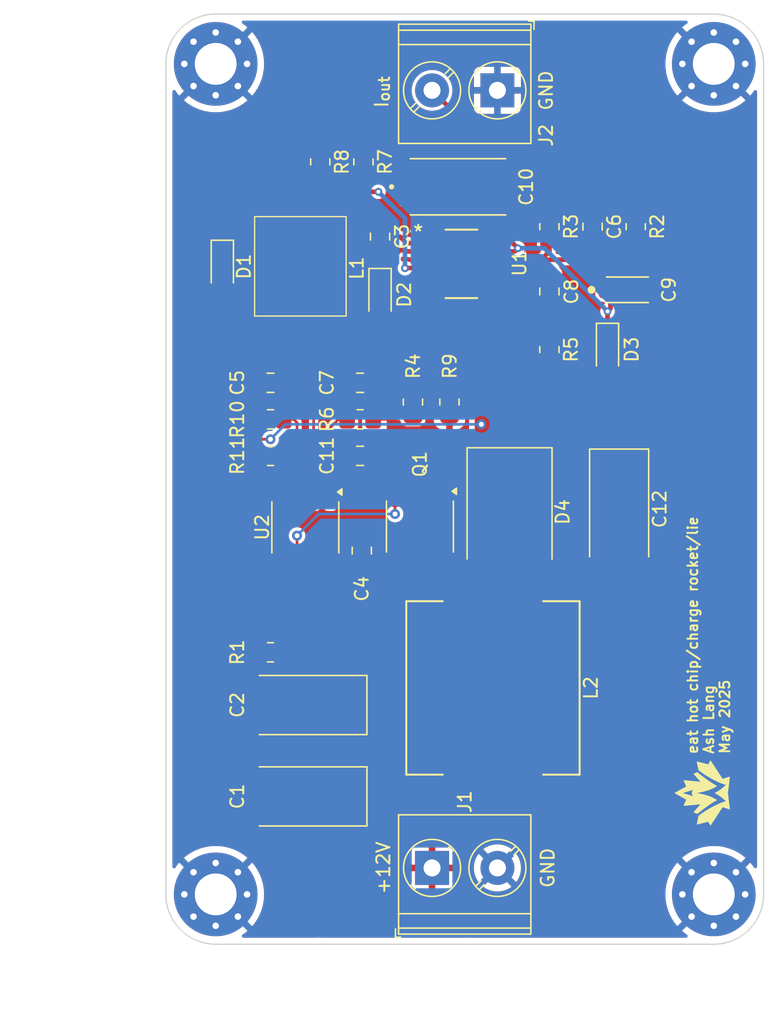
<source format=kicad_pcb>
(kicad_pcb (version 20240108) (generator "pcbnew") (generator_version "8.0")
  (layers (0 "F.Cu" signal) (31 "B.Cu" signal) (34 "B.Paste" user) (35 "F.Paste" user) (36 "B.SilkS" user "B.Silkscreen") (37 "F.SilkS" user "F.Silkscreen") (38 "B.Mask" user) (39 "F.Mask" user) (44 "Edge.Cuts" user))
  (net 0 "")
  (net 1 "+18V")
  (net 2 "GND")
  (net 3 "+12V")
  (net 4 "Net-(U2-COMP)")
  (net 5 "Net-(C6-Pad2)")
  (net 6 "Net-(U2-I_{SEN})")
  (net 7 "VCC")
  (net 8 "Net-(Q1-S)")
  (net 9 "Net-(Q1-G)")
  (net 10 "Net-(U2-FA{slash}SD)")
  (net 11 "/FB")
  (net 12 "Net-(D2-K)")
  (net 13 "Net-(D1-K)")
  (net 14 "/PROG")
  (net 15 "Net-(C7-Pad2)")
  (net 16 "/VC")
  (net 17 "Net-(C8-Pad2)")
  (net 18 "Net-(D3-K)")
  (net 19 "Net-(D2-A)")
  (net 20 "Net-(D4-A)")
  (net 21 "/OVP")
  (footprint "Diode_SMD:D_SOD-323_HandSoldering" (layer "F.Cu") (at 99.06 117.856 -90)
    (property "Reference" "D3" (at 0 -1.85 90) (layer "F.SilkS"))
    (property "Value" "CUS10S30,H3F")
    (pad "1" smd roundrect (at -1.25 0 270) (size 1 1) (layers "F.Cu" "F.Paste" "F.Mask") (net 18 "Net-(D3-K)"))
    (pad "2" smd roundrect (at 1.25 0 270) (size 1 1) (layers "F.Cu" "F.Paste" "F.Mask") (net 1 "+18V"))
  )
  (footprint "Capacitor_SMD:C_0805_2012Metric_Pad1.18x1.45mm_HandSolder" (layer "F.Cu") (at 73.279 120.396 180)
    (property "Reference" "C5" (at 2.54 0 90) (layer "F.SilkS"))
    (property "Value" "820p")
    (pad "1" smd roundrect (at -1.0375 0 180) (size 1.175 1.45) (layers "F.Cu" "F.Paste" "F.Mask") (roundrect_rratio 0.212766) (net 4 "Net-(U2-COMP)"))
    (pad "2" smd roundrect (at 1.0375 0 180) (size 1.175 1.45) (layers "F.Cu" "F.Paste" "F.Mask") (roundrect_rratio 0.212766) (net 2 "GND"))
  )
  (footprint "Resistor_SMD:R_0805_2012Metric_Pad1.20x1.40mm_HandSolder" (layer "F.Cu") (at 80.137 123.19)
    (property "Reference" "R6" (at -2.54 0 90) (layer "F.SilkS"))
    (property "Value" "100R")
    (pad "1" smd roundrect (at -1 0) (size 1.2 1.4) (layers "F.Cu" "F.Paste" "F.Mask") (roundrect_rratio 0.208333) (net 6 "Net-(U2-I_{SEN})"))
    (pad "2" smd roundrect (at 1 0) (size 1.2 1.4) (layers "F.Cu" "F.Paste" "F.Mask") (roundrect_rratio 0.208333) (net 8 "Net-(Q1-S)"))
  )
  (footprint "Capacitor_Tantalum_SMD:CP_EIA-7343-31_Kemet-D_Pad2.25x2.55mm_HandSolder" (layer "F.Cu") (at 76.073 152.019 180)
    (property "Reference" "C1" (at 5.334 0 90) (layer "F.SilkS"))
    (property "Value" "68u")
    (pad "1" smd roundrect (at -3.2 0 180) (size 2.25 2.55) (layers "F.Cu" "F.Paste" "F.Mask") (roundrect_rratio 0.111111) (net 3 "+12V"))
    (pad "2" smd roundrect (at 3.2 0 180) (size 2.25 2.55) (layers "F.Cu" "F.Paste" "F.Mask") (roundrect_rratio 0.111111) (net 2 "GND"))
  )
  (footprint "MountingHole:MountingHole_3.2mm_M3_Pad_Via" (layer "F.Cu") (at 69.088 159.512)
    (property "Reference" "H3" (hide yes))
    (property "Value" "MountingHole")
    (pad "1" thru_hole circle (at -2.4 0) (size 0.8 0.8) (drill 0.5) (layers "*.Cu" "*.Mask") (net 2 "GND"))
    (pad "1" thru_hole circle (at -1.697056 -1.697056) (size 0.8 0.8) (drill 0.5) (layers "*.Cu" "*.Mask") (net 2 "GND"))
    (pad "1" thru_hole circle (at -1.697056 1.697056) (size 0.8 0.8) (drill 0.5) (layers "*.Cu" "*.Mask") (net 2 "GND"))
    (pad "1" thru_hole circle (at 0 -2.4) (size 0.8 0.8) (drill 0.5) (layers "*.Cu" "*.Mask") (net 2 "GND"))
    (pad "1" thru_hole circle (at 0 0) (size 6.4 6.4) (drill 3.2) (layers "*.Cu" "*.Mask") (net 2 "GND"))
    (pad "1" thru_hole circle (at 0 2.4) (size 0.8 0.8) (drill 0.5) (layers "*.Cu" "*.Mask") (net 2 "GND"))
    (pad "1" thru_hole circle (at 1.697056 -1.697056) (size 0.8 0.8) (drill 0.5) (layers "*.Cu" "*.Mask") (net 2 "GND"))
    (pad "1" thru_hole circle (at 1.697056 1.697056) (size 0.8 0.8) (drill 0.5) (layers "*.Cu" "*.Mask") (net 2 "GND"))
    (pad "1" thru_hole circle (at 2.4 0) (size 0.8 0.8) (drill 0.5) (layers "*.Cu" "*.Mask") (net 2 "GND"))
  )
  (footprint "Resistor_SMD:R_0805_2012Metric_Pad1.20x1.40mm_HandSolder" (layer "F.Cu") (at 77.089 103.505 90)
    (property "Reference" "R8" (at 0 1.651 90) (layer "F.SilkS"))
    (property "Value" "18k")
    (pad "1" smd roundrect (at -1 0 90) (size 1.2 1.4) (layers "F.Cu" "F.Paste" "F.Mask") (roundrect_rratio 0.208333) (net 21 "/OVP"))
    (pad "2" smd roundrect (at 1 0 90) (size 1.2 1.4) (layers "F.Cu" "F.Paste" "F.Mask") (roundrect_rratio 0.208333) (net 2 "GND"))
  )
  (footprint "TerminalBlock_Phoenix:TerminalBlock_Phoenix_PT-1,5-2-5.0-H_1x02_P5.00mm_Horizontal" (layer "F.Cu") (at 85.638 157.488)
    (property "Reference" "J1" (at 2.5 -5.06 90) (layer "F.SilkS"))
    (property "Value" "12V In")
    (pad "1" thru_hole rect (at 0 0) (size 2.6 2.6) (drill 1.3) (layers "*.Cu" "*.Mask") (net 3 "+12V"))
    (pad "2" thru_hole circle (at 5 0) (size 2.6 2.6) (drill 1.3) (layers "*.Cu" "*.Mask") (net 2 "GND"))
  )
  (footprint "Resistor_SMD:R_0805_2012Metric_Pad1.20x1.40mm_HandSolder" (layer "F.Cu") (at 84.1756 121.8692 90)
    (property "Reference" "R4" (at 2.7432 0.0254 -90) (layer "F.SilkS"))
    (property "Value" "4.99k")
    (pad "1" smd roundrect (at -1 0 90) (size 1.2 1.4) (layers "F.Cu" "F.Paste" "F.Mask") (roundrect_rratio 0.208333) (net 15 "Net-(C7-Pad2)"))
    (pad "2" smd roundrect (at 1 0 90) (size 1.2 1.4) (layers "F.Cu" "F.Paste" "F.Mask") (roundrect_rratio 0.208333) (net 2 "GND"))
  )
  (footprint "Resistor_SMD:R_0805_2012Metric_Pad1.20x1.40mm_HandSolder" (layer "F.Cu") (at 101.219 108.458 -90)
    (property "Reference" "R2" (at 0 -1.651 90) (layer "F.SilkS"))
    (property "Value" "300R")
    (pad "1" smd roundrect (at -1 0 270) (size 1.2 1.4) (layers "F.Cu" "F.Paste" "F.Mask") (roundrect_rratio 0.208333) (net 5 "Net-(C6-Pad2)"))
    (pad "2" smd roundrect (at 1 0 270) (size 1.2 1.4) (layers "F.Cu" "F.Paste" "F.Mask") (roundrect_rratio 0.208333) (net 2 "GND"))
  )
  (footprint "Capacitor_SMD:C_0805_2012Metric_Pad1.18x1.45mm_HandSolder" (layer "F.Cu") (at 80.264 133.223 90)
    (property "Reference" "C4" (at -2.921 0 -90) (layer "F.SilkS"))
    (property "Value" "100n")
    (pad "1" smd roundrect (at -1.0375 0 90) (size 1.175 1.45) (layers "F.Cu" "F.Paste" "F.Mask") (roundrect_rratio 0.212766) (net 3 "+12V"))
    (pad "2" smd roundrect (at 1.0375 0 90) (size 1.175 1.45) (layers "F.Cu" "F.Paste" "F.Mask") (roundrect_rratio 0.212766) (net 2 "GND"))
  )
  (footprint "groundside-charging:SI4840BDY-T1-GE3" (layer "F.Cu") (at 84.709 131.38785 -90)
    (property "Reference" "Q1" (at -4.76885 0 -90) (layer "F.SilkS"))
    (property "Value" "SI4840BDY-T1-GE3")
    (pad "1" smd roundrect (at 2.475 -1.905 270) (size 1.95 0.6) (layers "F.Cu" "F.Paste" "F.Mask") (net 20 "Net-(D4-A)"))
    (pad "1" smd roundrect (at 2.475 -0.635 270) (size 1.95 0.6) (layers "F.Cu" "F.Paste" "F.Mask") (net 20 "Net-(D4-A)"))
    (pad "1" smd roundrect (at 2.475 0.635 270) (size 1.95 0.6) (layers "F.Cu" "F.Paste" "F.Mask") (net 20 "Net-(D4-A)"))
    (pad "1" smd roundrect (at 2.475 1.905 270) (size 1.95 0.6) (layers "F.Cu" "F.Paste" "F.Mask") (net 20 "Net-(D4-A)"))
    (pad "2" smd roundrect (at -2.475 1.905 270) (size 1.95 0.6) (layers "F.Cu" "F.Paste" "F.Mask") (net 9 "Net-(Q1-G)"))
    (pad "3" smd roundrect (at -2.475 -1.905 270) (size 1.95 0.6) (layers "F.Cu" "F.Paste" "F.Mask") (net 8 "Net-(Q1-S)"))
    (pad "3" smd roundrect (at -2.475 -0.635 270) (size 1.95 0.6) (layers "F.Cu" "F.Paste" "F.Mask") (net 8 "Net-(Q1-S)"))
    (pad "3" smd roundrect (at -2.475 0.635 270) (size 1.95 0.6) (layers "F.Cu" "F.Paste" "F.Mask") (net 8 "Net-(Q1-S)"))
  )
  (footprint "Capacitor_SMD:C_0805_2012Metric_Pad1.18x1.45mm_HandSolder" (layer "F.Cu") (at 80.137 120.396)
    (property "Reference" "C7" (at -2.54 0 90) (layer "F.SilkS"))
    (property "Value" "15n")
    (pad "1" smd roundrect (at -1.0375 0) (size 1.175 1.45) (layers "F.Cu" "F.Paste" "F.Mask") (roundrect_rratio 0.212766) (net 4 "Net-(U2-COMP)"))
    (pad "2" smd roundrect (at 1.0375 0) (size 1.175 1.45) (layers "F.Cu" "F.Paste" "F.Mask") (roundrect_rratio 0.212766) (net 15 "Net-(C7-Pad2)"))
  )
  (footprint "Capacitor_SMD:C_0805_2012Metric_Pad1.18x1.45mm_HandSolder" (layer "F.Cu") (at 97.917 108.458 90)
    (property "Reference" "C6" (at 0 1.651 90) (layer "F.SilkS"))
    (property "Value" "1uF")
    (pad "1" smd roundrect (at -1.0375 0 90) (size 1.175 1.45) (layers "F.Cu" "F.Paste" "F.Mask") (roundrect_rratio 0.212766) (net 14 "/PROG"))
    (pad "2" smd roundrect (at 1.0375 0 90) (size 1.175 1.45) (layers "F.Cu" "F.Paste" "F.Mask") (roundrect_rratio 0.212766) (net 5 "Net-(C6-Pad2)"))
  )
  (footprint "Capacitor_SMD:C_0805_2012Metric_Pad1.18x1.45mm_HandSolder" (layer "F.Cu") (at 94.615 113.411 -90)
    (property "Reference" "C8" (at 0.015 -1.68 90) (layer "F.SilkS"))
    (property "Value" "0.1uF")
    (pad "1" smd roundrect (at -1.0375 0 270) (size 1.175 1.45) (layers "F.Cu" "F.Paste" "F.Mask") (roundrect_rratio 0.212766) (net 16 "/VC"))
    (pad "2" smd roundrect (at 1.0375 0 270) (size 1.175 1.45) (layers "F.Cu" "F.Paste" "F.Mask") (roundrect_rratio 0.212766) (net 17 "Net-(C8-Pad2)"))
  )
  (footprint "Diode_SMD:D_SOD-323_HandSoldering" (layer "F.Cu") (at 69.596 111.506 -90)
    (property "Reference" "D1" (at 0 -1.651 -90) (layer "F.SilkS"))
    (property "Value" "CUS10S30,H3F")
    (pad "1" smd roundrect (at -1.25 0 270) (size 1 1) (layers "F.Cu" "F.Paste" "F.Mask") (net 13 "Net-(D1-K)"))
    (pad "2" smd roundrect (at 1.25 0 270) (size 1 1) (layers "F.Cu" "F.Paste" "F.Mask") (net 2 "GND"))
  )
  (footprint "groundside-charging:IND_BOURNS_SRR1208" (layer "F.Cu") (at 90.297 143.7259 90)
    (property "Reference" "L2" (at 0 7.493 90) (layer "F.SilkS"))
    (property "Value" "SRR1208-100ML")
    (pad "1" smd rect (at -4.9911 0 90) (size 3.9878 7.0104) (layers "F.Cu" "F.Paste" "F.Mask") (net 3 "+12V"))
    (pad "2" smd rect (at 4.9911 0 90) (size 3.9878 7.0104) (layers "F.Cu" "F.Paste" "F.Mask") (net 20 "Net-(D4-A)"))
    (zone (net 0) (net_name "") (layer "F.Cu") (connect_pads (clearance 0)) (min_thickness 0.254)
      (keepout (tracks not_allowed) (vias not_allowed) (pads allowed) (copperpour not_allowed) (footprints allowed))
      (fill (thermal_gap 0.508) (thermal_bridge_width 0.508))
      (polygon (pts (xy 83.8454 146.6723) (xy 83.8454 140.7795) (xy 96.7486 140.7795) (xy 96.7486 146.6723)))
    )
  )
  (footprint "MountingHole:MountingHole_3.2mm_M3_Pad_Via" (layer "F.Cu") (at 107.188 159.512)
    (property "Reference" "H4" (hide yes))
    (property "Value" "MountingHole")
    (pad "1" thru_hole circle (at -2.4 0) (size 0.8 0.8) (drill 0.5) (layers "*.Cu" "*.Mask") (net 2 "GND"))
    (pad "1" thru_hole circle (at -1.697056 -1.697056) (size 0.8 0.8) (drill 0.5) (layers "*.Cu" "*.Mask") (net 2 "GND"))
    (pad "1" thru_hole circle (at -1.697056 1.697056) (size 0.8 0.8) (drill 0.5) (layers "*.Cu" "*.Mask") (net 2 "GND"))
    (pad "1" thru_hole circle (at 0 -2.4) (size 0.8 0.8) (drill 0.5) (layers "*.Cu" "*.Mask") (net 2 "GND"))
    (pad "1" thru_hole circle (at 0 0) (size 6.4 6.4) (drill 3.2) (layers "*.Cu" "*.Mask") (net 2 "GND"))
    (pad "1" thru_hole circle (at 0 2.4) (size 0.8 0.8) (drill 0.5) (layers "*.Cu" "*.Mask") (net 2 "GND"))
    (pad "1" thru_hole circle (at 1.697056 -1.697056) (size 0.8 0.8) (drill 0.5) (layers "*.Cu" "*.Mask") (net 2 "GND"))
    (pad "1" thru_hole circle (at 1.697056 1.697056) (size 0.8 0.8) (drill 0.5) (layers "*.Cu" "*.Mask") (net 2 "GND"))
    (pad "1" thru_hole circle (at 2.4 0) (size 0.8 0.8) (drill 0.5) (layers "*.Cu" "*.Mask") (net 2 "GND"))
  )
  (footprint "groundside-charging:Logo_SilkScreen_5mm" (layer "F.Cu") (at 106.299 151.765 90)
    (property "Reference" "G***" (hide yes))
    (property "Value" "LOGO" (hide yes))
  )
  (footprint "groundside-charging:HCMA0703-330-R" (layer "F.Cu") (at 75.565 107.6915)
    (property "Reference" "L1" (at 4.318 3.9415 90) (layer "F.SilkS"))
    (property "Value" "HCMA0703-330-R")
    (pad "1" smd roundrect (at 0 1.2) (size 3.3 2.2) (layers "F.Cu" "F.Paste" "F.Mask") (net 13 "Net-(D1-K)"))
    (pad "2" smd roundrect (at 0 6.4) (size 3.3 2.2) (layers "F.Cu" "F.Paste" "F.Mask") (net 19 "Net-(D2-A)"))
  )
  (footprint "Package_SO:SOIC-8_3.9x4.9mm_P1.27mm" (layer "F.Cu") (at 75.946 131.445 -90)
    (property "Reference" "U2" (at 0 3.302 -90) (layer "F.SilkS"))
    (property "Value" "LM3478MA")
    (pad "1" smd roundrect (at -2.475 -1.905 270) (size 1.95 0.6) (layers "F.Cu" "F.Paste" "F.Mask") (net 6 "Net-(U2-I_{SEN})"))
    (pad "2" smd roundrect (at -2.475 -0.635 270) (size 1.95 0.6) (layers "F.Cu" "F.Paste" "F.Mask") (net 4 "Net-(U2-COMP)"))
    (pad "3" smd roundrect (at -2.475 0.635 270) (size 1.95 0.6) (layers "F.Cu" "F.Paste" "F.Mask") (net 11 "/FB"))
    (pad "4" smd roundrect (at -2.475 1.905 270) (size 1.95 0.6) (layers "F.Cu" "F.Paste" "F.Mask") (net 2 "GND"))
    (pad "5" smd roundrect (at 2.475 1.905 270) (size 1.95 0.6) (layers "F.Cu" "F.Paste" "F.Mask") (net 2 "GND"))
    (pad "6" smd roundrect (at 2.475 0.635 270) (size 1.95 0.6) (layers "F.Cu" "F.Paste" "F.Mask") (net 9 "Net-(Q1-G)"))
    (pad "7" smd roundrect (at 2.475 -0.635 270) (size 1.95 0.6) (layers "F.Cu" "F.Paste" "F.Mask") (net 10 "Net-(U2-FA{slash}SD)"))
    (pad "8" smd roundrect (at 2.475 -1.905 270) (size 1.95 0.6) (layers "F.Cu" "F.Paste" "F.Mask") (net 3 "+12V"))
  )
  (footprint "Capacitor_SMD:C_0805_2012Metric_Pad1.18x1.45mm_HandSolder" (layer "F.Cu") (at 80.137 125.984)
    (property "Reference" "C11" (at -2.54 0 90) (layer "F.SilkS"))
    (property "Value" "10p")
    (pad "1" smd roundrect (at -1.0375 0) (size 1.175 1.45) (layers "F.Cu" "F.Paste" "F.Mask") (roundrect_rratio 0.212766) (net 6 "Net-(U2-I_{SEN})"))
    (pad "2" smd roundrect (at 1.0375 0) (size 1.175 1.45) (layers "F.Cu" "F.Paste" "F.Mask") (roundrect_rratio 0.212766) (net 2 "GND"))
  )
  (footprint "Resistor_SMD:R_0805_2012Metric_Pad1.20x1.40mm_HandSolder" (layer "F.Cu") (at 73.279 123.19 180)
    (property "Reference" "R10" (at 2.54 0 90) (layer "F.SilkS"))
    (property "Value" "1k")
    (pad "1" smd roundrect (at -1 0 180) (size 1.2 1.4) (layers "F.Cu" "F.Paste" "F.Mask") (roundrect_rratio 0.208333) (net 11 "/FB"))
    (pad "2" smd roundrect (at 1 0 180) (size 1.2 1.4) (layers "F.Cu" "F.Paste" "F.Mask") (roundrect_rratio 0.208333) (net 2 "GND"))
  )
  (footprint "Diode_SMD:D_SMC" (layer "F.Cu") (at 91.567 130.273 -90)
    (property "Reference" "D4" (at 0 -4.064 -90) (layer "F.SilkS"))
    (property "Value" "B540C-13-F")
    (pad "1" smd roundrect (at -3.4 0) (size 3.3 2.5) (layers "F.Cu" "F.Paste" "F.Mask") (roundrect_rratio 0.1) (net 1 "+18V"))
    (pad "2" smd roundrect (at 3.4 0) (size 3.3 2.5) (layers "F.Cu" "F.Paste" "F.Mask") (roundrect_rratio 0.1) (net 20 "Net-(D4-A)"))
  )
  (footprint "TerminalBlock_Phoenix:TerminalBlock_Phoenix_PT-1,5-2-5.0-H_1x02_P5.00mm_Horizontal" (layer "F.Cu") (at 90.638 98.036 180)
    (property "Reference" "J2" (at -3.723 -3.437 90) (layer "F.SilkS"))
    (property "Value" "Charge Current Out (to Rocket)")
    (pad "1" thru_hole rect (at 0 0 180) (size 2.6 2.6) (drill 1.3) (layers "*.Cu" "*.Mask") (net 2 "GND"))
    (pad "2" thru_hole circle (at 5 0 180) (size 2.6 2.6) (drill 1.3) (layers "*.Cu" "*.Mask") (net 7 "VCC"))
  )
  (footprint "Resistor_SMD:R_0805_2012Metric_Pad1.20x1.40mm_HandSolder" (layer "F.Cu") (at 86.9696 121.8692 -90)
    (property "Reference" "R9" (at -2.7432 -0.0254 -90) (layer "F.SilkS"))
    (property "Value" "15m")
    (pad "1" smd roundrect (at -1 0 270) (size 1.2 1.4) (layers "F.Cu" "F.Paste" "F.Mask") (roundrect_rratio 0.208333) (net 2 "GND"))
    (pad "2" smd roundrect (at 1 0 270) (size 1.2 1.4) (layers "F.Cu" "F.Paste" "F.Mask") (roundrect_rratio 0.208333) (net 8 "Net-(Q1-S)"))
  )
  (footprint "Capacitor_Tantalum_SMD:CP_EIA-7343-31_Kemet-D_Pad2.25x2.55mm_HandSolder" (layer "F.Cu") (at 76.073 145.034 180)
    (property "Reference" "C2" (at 5.334 0 90) (layer "F.SilkS"))
    (property "Value" "68u")
    (pad "1" smd roundrect (at -3.2 0 180) (size 2.25 2.55) (layers "F.Cu" "F.Paste" "F.Mask") (roundrect_rratio 0.111111) (net 3 "+12V"))
    (pad "2" smd roundrect (at 3.2 0 180) (size 2.25 2.55) (layers "F.Cu" "F.Paste" "F.Mask") (roundrect_rratio 0.111111) (net 2 "GND"))
  )
  (footprint "Resistor_SMD:R_0805_2012Metric_Pad1.20x1.40mm_HandSolder" (layer "F.Cu") (at 73.279 141.0025 180)
    (property "Reference" "R1" (at 2.54 0 -90) (layer "F.SilkS"))
    (property "Value" "34k")
    (pad "1" smd roundrect (at -1 0 180) (size 1.2 1.4) (layers "F.Cu" "F.Paste" "F.Mask") (roundrect_rratio 0.208333) (net 10 "Net-(U2-FA{slash}SD)"))
    (pad "2" smd roundrect (at 1 0 180) (size 1.2 1.4) (layers "F.Cu" "F.Paste" "F.Mask") (roundrect_rratio 0.208333) (net 2 "GND"))
  )
  (footprint "Resistor_SMD:R_0805_2012Metric_Pad1.20x1.40mm_HandSolder" (layer "F.Cu") (at 94.615 117.856 -90)
    (property "Reference" "R5" (at 0 -1.651 -90) (layer "F.SilkS"))
    (property "Value" "1k")
    (pad "1" smd roundrect (at -1 0 270) (size 1.2 1.4) (layers "F.Cu" "F.Paste" "F.Mask") (roundrect_rratio 0.208333) (net 17 "Net-(C8-Pad2)"))
    (pad "2" smd roundrect (at 1 0 270) (size 1.2 1.4) (layers "F.Cu" "F.Paste" "F.Mask") (roundrect_rratio 0.208333) (net 2 "GND"))
  )
  (footprint "groundside-charging:SSOP-16_GN" (layer "F.Cu") (at 87.884 111.3028)
    (property "Reference" "U1" (at 4.445 -0.0508 90) (layer "F.SilkS"))
    (property "Value" "LT1510-5IGN_PBF")
    (fp_text user "*" (at -3.302 -2.4384 0) (layer "F.SilkS"))
    (pad "1" smd rect (at -2.4638 -2.2225) (size 1.9812 0.3556) (layers "F.Cu" "F.Paste" "F.Mask") (net 2 "GND"))
    (pad "2" smd rect (at -2.4638 -1.5875) (size 1.9812 0.3556) (layers "F.Cu" "F.Paste" "F.Mask") (net 13 "Net-(D1-K)"))
    (pad "3" smd rect (at -2.4638 -0.9525) (size 1.9812 0.3556) (layers "F.Cu" "F.Paste" "F.Mask") (net 12 "Net-(D2-K)"))
    (pad "4" smd rect (at -2.4638 -0.3175) (size 1.9812 0.3556) (layers "F.Cu" "F.Paste" "F.Mask") (net 2 "GND"))
    (pad "5" smd rect (at -2.4638 0.3175) (size 1.9812 0.3556) (layers "F.Cu" "F.Paste" "F.Mask") (net 21 "/OVP"))
    (pad "6" smd rect (at -2.4638 0.9525) (size 1.9812 0.3556) (layers "F.Cu" "F.Paste" "F.Mask"))
    (pad "7" smd rect (at -2.4638 1.5875) (size 1.9812 0.3556) (layers "F.Cu" "F.Paste" "F.Mask") (net 19 "Net-(D2-A)"))
    (pad "8" smd rect (at -2.4638 2.2225) (size 1.9812 0.3556) (layers "F.Cu" "F.Paste" "F.Mask") (net 2 "GND"))
    (pad "9" smd rect (at 2.4638 2.2225) (size 1.9812 0.3556) (layers "F.Cu" "F.Paste" "F.Mask") (net 2 "GND"))
    (pad "10" smd rect (at 2.4638 1.5875) (size 1.9812 0.3556) (layers "F.Cu" "F.Paste" "F.Mask") (net 7 "VCC"))
    (pad "11" smd rect (at 2.4638 0.9525) (size 1.9812 0.3556) (layers "F.Cu" "F.Paste" "F.Mask"))
    (pad "12" smd rect (at 2.4638 0.3175) (size 1.9812 0.3556) (layers "F.Cu" "F.Paste" "F.Mask") (net 16 "/VC"))
    (pad "13" smd rect (at 2.4638 -0.3175) (size 1.9812 0.3556) (layers "F.Cu" "F.Paste" "F.Mask") (net 14 "/PROG"))
    (pad "14" smd rect (at 2.4638 -0.9525) (size 1.9812 0.3556) (layers "F.Cu" "F.Paste" "F.Mask") (net 18 "Net-(D3-K)"))
    (pad "15" smd rect (at 2.4638 -1.5875) (size 1.9812 0.3556) (layers "F.Cu" "F.Paste" "F.Mask") (net 18 "Net-(D3-K)"))
    (pad "16" smd rect (at 2.4638 -2.2225) (size 1.9812 0.3556) (layers "F.Cu" "F.Paste" "F.Mask") (net 2 "GND"))
  )
  (footprint "MountingHole:MountingHole_3.2mm_M3_Pad_Via" (layer "F.Cu") (at 107.188 96.012)
    (property "Reference" "H1" (hide yes))
    (property "Value" "MountingHole")
    (pad "1" thru_hole circle (at -2.4 0) (size 0.8 0.8) (drill 0.5) (layers "*.Cu" "*.Mask") (net 2 "GND"))
    (pad "1" thru_hole circle (at -1.697056 -1.697056) (size 0.8 0.8) (drill 0.5) (layers "*.Cu" "*.Mask") (net 2 "GND"))
    (pad "1" thru_hole circle (at -1.697056 1.697056) (size 0.8 0.8) (drill 0.5) (layers "*.Cu" "*.Mask") (net 2 "GND"))
    (pad "1" thru_hole circle (at 0 -2.4) (size 0.8 0.8) (drill 0.5) (layers "*.Cu" "*.Mask") (net 2 "GND"))
    (pad "1" thru_hole circle (at 0 0) (size 6.4 6.4) (drill 3.2) (layers "*.Cu" "*.Mask") (net 2 "GND"))
    (pad "1" thru_hole circle (at 0 2.4) (size 0.8 0.8) (drill 0.5) (layers "*.Cu" "*.Mask") (net 2 "GND"))
    (pad "1" thru_hole circle (at 1.697056 -1.697056) (size 0.8 0.8) (drill 0.5) (layers "*.Cu" "*.Mask") (net 2 "GND"))
    (pad "1" thru_hole circle (at 1.697056 1.697056) (size 0.8 0.8) (drill 0.5) (layers "*.Cu" "*.Mask") (net 2 "GND"))
    (pad "1" thru_hole circle (at 2.4 0) (size 0.8 0.8) (drill 0.5) (layers "*.Cu" "*.Mask") (net 2 "GND"))
  )
  (footprint "Capacitor_Tantalum_SMD:CP_EIA-7343-31_Kemet-D_Pad2.25x2.55mm_HandSolder" (layer "F.Cu") (at 99.949 130.048 -90)
    (property "Reference" "C12" (at 0 -3.1 90) (layer "F.SilkS"))
    (property "Value" "150uF")
    (pad "1" smd roundrect (at -3.2 0 270) (size 2.25 2.55) (layers "F.Cu" "F.Paste" "F.Mask") (roundrect_rratio 0.111111) (net 1 "+18V"))
    (pad "2" smd roundrect (at 3.2 0 270) (size 2.25 2.55) (layers "F.Cu" "F.Paste" "F.Mask") (roundrect_rratio 0.111111) (net 2 "GND"))
  )
  (footprint "Capacitor_SMD:C_0805_2012Metric_Pad1.18x1.45mm_HandSolder" (layer "F.Cu") (at 81.661 109.22 -90)
    (property "Reference" "C3" (at 0 -1.68 90) (layer "F.SilkS"))
    (property "Value" "0.22uF")
    (pad "1" smd roundrect (at -1.0375 0 270) (size 1.175 1.45) (layers "F.Cu" "F.Paste" "F.Mask") (roundrect_rratio 0.212766) (net 13 "Net-(D1-K)"))
    (pad "2" smd roundrect (at 1.0375 0 270) (size 1.175 1.45) (layers "F.Cu" "F.Paste" "F.Mask") (roundrect_rratio 0.212766) (net 12 "Net-(D2-K)"))
  )
  (footprint "groundside-charging:CAPPM7343X310N" (layer "F.Cu") (at 87.6215 105.41)
    (property "Reference" "C10" (at 5.2155 0 90) (layer "F.SilkS"))
    (property "Value" "TCJB226M025R0150")
    (pad "1" smd rect (at -3.11 0) (size 2.3 2.52) (layers "F.Cu" "F.Paste" "F.Mask") (net 7 "VCC"))
    (pad "2" smd rect (at 3.11 0) (size 2.3 2.52) (layers "F.Cu" "F.Paste" "F.Mask") (net 2 "GND"))
  )
  (footprint "Resistor_SMD:R_0805_2012Metric_Pad1.20x1.40mm_HandSolder" (layer "F.Cu") (at 80.391 103.505 -90)
    (property "Reference" "R7" (at 0 -1.651 90) (layer "F.SilkS"))
    (property "Value" "75k")
    (pad "1" smd roundrect (at -1 0 270) (size 1.2 1.4) (layers "F.Cu" "F.Paste" "F.Mask") (roundrect_rratio 0.208333) (net 7 "VCC"))
    (pad "2" smd roundrect (at 1 0 270) (size 1.2 1.4) (layers "F.Cu" "F.Paste" "F.Mask") (roundrect_rratio 0.208333) (net 21 "/OVP"))
  )
  (footprint "Resistor_SMD:R_0805_2012Metric_Pad1.20x1.40mm_HandSolder" (layer "F.Cu") (at 94.615 108.458 90)
    (property "Reference" "R3" (at 0 1.651 -90) (layer "F.SilkS"))
    (property "Value" "4.93k")
    (pad "1" smd roundrect (at -1 0 90) (size 1.2 1.4) (layers "F.Cu" "F.Paste" "F.Mask") (roundrect_rratio 0.208333) (net 14 "/PROG"))
    (pad "2" smd roundrect (at 1 0 90) (size 1.2 1.4) (layers "F.Cu" "F.Paste" "F.Mask") (roundrect_rratio 0.208333) (net 2 "GND"))
  )
  (footprint "MountingHole:MountingHole_3.2mm_M3_Pad_Via" (layer "F.Cu") (at 69.088 96.012)
    (property "Reference" "H2" (hide yes))
    (property "Value" "MountingHole")
    (pad "1" thru_hole circle (at -2.4 0) (size 0.8 0.8) (drill 0.5) (layers "*.Cu" "*.Mask") (net 2 "GND"))
    (pad "1" thru_hole circle (at -1.697056 -1.697056) (size 0.8 0.8) (drill 0.5) (layers "*.Cu" "*.Mask") (net 2 "GND"))
    (pad "1" thru_hole circle (at -1.697056 1.697056) (size 0.8 0.8) (drill 0.5) (layers "*.Cu" "*.Mask") (net 2 "GND"))
    (pad "1" thru_hole circle (at 0 -2.4) (size 0.8 0.8) (drill 0.5) (layers "*.Cu" "*.Mask") (net 2 "GND"))
    (pad "1" thru_hole circle (at 0 0) (size 6.4 6.4) (drill 3.2) (layers "*.Cu" "*.Mask") (net 2 "GND"))
    (pad "1" thru_hole circle (at 0 2.4) (size 0.8 0.8) (drill 0.5) (layers "*.Cu" "*.Mask") (net 2 "GND"))
    (pad "1" thru_hole circle (at 1.697056 -1.697056) (size 0.8 0.8) (drill 0.5) (layers "*.Cu" "*.Mask") (net 2 "GND"))
    (pad "1" thru_hole circle (at 1.697056 1.697056) (size 0.8 0.8) (drill 0.5) (layers "*.Cu" "*.Mask") (net 2 "GND"))
    (pad "1" thru_hole circle (at 2.4 0) (size 0.8 0.8) (drill 0.5) (layers "*.Cu" "*.Mask") (net 2 "GND"))
  )
  (footprint "groundside-charging:CAPPM3216X180N" (layer "F.Cu") (at 100.584 113.284)
    (property "Reference" "C9" (at 3.175 0 90) (layer "F.SilkS"))
    (property "Value" "TCJA106M025R0150")
    (pad "1" smd roundrect (at -1.3 0) (size 1.81 1.32) (layers "F.Cu" "F.Paste" "F.Mask") (net 18 "Net-(D3-K)"))
    (pad "2" smd roundrect (at 1.3 0) (size 1.81 1.32) (layers "F.Cu" "F.Paste" "F.Mask") (net 2 "GND"))
  )
  (footprint "Diode_SMD:D_SOD-323_HandSoldering" (layer "F.Cu") (at 81.661 113.665 -90)
    (property "Reference" "D2" (at 0 -1.85 90) (layer "F.SilkS"))
    (property "Value" "BAS316,115")
    (pad "1" smd roundrect (at -1.25 0 270) (size 1 1) (layers "F.Cu" "F.Paste" "F.Mask") (net 12 "Net-(D2-K)"))
    (pad "2" smd roundrect (at 1.25 0 270) (size 1 1) (layers "F.Cu" "F.Paste" "F.Mask") (net 19 "Net-(D2-A)"))
  )
  (footprint "Resistor_SMD:R_0805_2012Metric_Pad1.20x1.40mm_HandSolder" (layer "F.Cu") (at 73.279 125.984 180)
    (property "Reference" "R11" (at 2.54 0 90) (layer "F.SilkS"))
    (property "Value" "13.3k")
    (pad "1" smd roundrect (at -1 0 180) (size 1.2 1.4) (layers "F.Cu" "F.Paste" "F.Mask") (roundrect_rratio 0.208333) (net 11 "/FB"))
    (pad "2" smd roundrect (at 1 0 180) (size 1.2 1.4) (layers "F.Cu" "F.Paste" "F.Mask") (roundrect_rratio 0.208333) (net 1 "+18V"))
  )
  (gr_line (start 69.088 92.202) (end 107.188 92.202) (stroke (width 0.1)) (layer "Edge.Cuts"))
  (gr_arc (start 110.998 159.512) (mid 109.882077 162.206077) (end 107.188 163.322) (stroke (width 0.1)) (layer "Edge.Cuts"))
  (gr_line (start 110.998 159.512) (end 110.998 96.012) (stroke (width 0.1)) (layer "Edge.Cuts"))
  (gr_arc (start 107.188 92.202) (mid 109.882077 93.317923) (end 110.998 96.012) (stroke (width 0.1)) (layer "Edge.Cuts"))
  (gr_arc (start 65.278 96.012) (mid 66.393923 93.317923) (end 69.088 92.202) (stroke (width 0.1)) (layer "Edge.Cuts"))
  (gr_line (start 107.188 163.322) (end 69.088 163.322) (stroke (width 0.1)) (layer "Edge.Cuts"))
  (gr_arc (start 69.088 163.322) (mid 66.393923 162.206077) (end 65.278 159.512) (stroke (width 0.1)) (layer "Edge.Cuts"))
  (gr_line (start 65.278 159.512) (end 65.278 96.012) (stroke (width 0.1)) (layer "Edge.Cuts"))
  (gr_text "eat hot chip/charge rocket/lie\nAsh Lang\nMay 2025" (at 106.807 148.844 90) (layer "F.SilkS") (effects (font (size 0.762 0.762) (thickness 0.15) (bold yes)) (justify left)))
  (gr_text "GND\n" (at 94.361 98.044 90) (layer "F.SilkS") (effects (font (size 1 1))))
  (gr_text "GND\n" (at 94.488 157.48 90) (layer "F.SilkS") (effects (font (size 1 1))))
  (gr_text "I_{out}" (at 81.788 98.171 90) (layer "F.SilkS") (effects (font (size 1 1))))
  (gr_text "+12V" (at 81.915 157.48 90) (layer "F.SilkS") (effects (font (size 1 1))))
  (segment (start 72.549 124.714) (end 72.279 124.984) (width 0.2032) (layer "F.Cu") (net 1))
  (segment (start 73.279 124.714) (end 72.549 124.714) (width 0.2032) (layer "F.Cu") (net 1))
  (segment (start 72.279 124.984) (end 72.279 125.984) (width 0.2032) (layer "F.Cu") (net 1))
  (segment (start 99.06 119.106) (end 99.06 120.142) (width 0.999998) (layer "F.Cu") (net 1))
  (via (at 73.279 124.714) (size 0.762) (drill 0.381) (layers "F.Cu" "B.Cu") (net 1))
  (via (at 89.408 123.571) (size 0.762) (drill 0.381) (layers "F.Cu" "B.Cu") (net 1))
  (segment (start 73.279 124.714) (end 74.422 123.571) (width 0.2032) (layer "B.Cu") (net 1))
  (segment (start 74.422 123.571) (end 89.408 123.571) (width 0.2032) (layer "B.Cu") (net 1))
  (segment (start 84.185 120.904) (end 84.201 120.888) (width 0.2032) (layer "F.Cu") (net 2))
  (segment (start 75.438 120.396) (end 74.3165 120.396) (width 0.2032) (layer "F.Cu") (net 4))
  (segment (start 76.581 122.301) (end 76.581 121.539) (width 0.2032) (layer "F.Cu") (net 4))
  (segment (start 76.581 121.92) (end 76.581 122.301) (width 0.2032) (layer "F.Cu") (net 4))
  (segment (start 78.105 120.396) (end 76.581 121.92) (width 0.2032) (layer "F.Cu") (net 4))
  (segment (start 76.581 128.97) (end 76.581 122.301) (width 0.2032) (layer "F.Cu") (net 4))
  (segment (start 79.0995 120.396) (end 78.105 120.396) (width 0.2032) (layer "F.Cu") (net 4))
  (segment (start 76.581 121.539) (end 75.438 120.396) (width 0.2032) (layer "F.Cu") (net 4))
  (segment (start 97.917 107.4205) (end 101.1815 107.4205) (width 0.3556) (layer "F.Cu") (net 5))
  (segment (start 101.1815 107.4205) (end 101.219 107.458) (width 0.3556) (layer "F.Cu") (net 5))
  (segment (start 77.851 126.365) (end 77.851 128.97) (width 0.2032) (layer "F.Cu") (net 6))
  (segment (start 78.486 123.19) (end 77.851 123.825) (width 0.2032) (layer "F.Cu") (net 6))
  (segment (start 79.0995 125.984) (end 78.232 125.984) (width 0.2032) (layer "F.Cu") (net 6))
  (segment (start 77.851 123.825) (end 77.851 126.365) (width 0.2032) (layer "F.Cu") (net 6))
  (segment (start 78.232 125.984) (end 77.851 126.365) (width 0.2032) (layer "F.Cu") (net 6))
  (segment (start 79.137 123.19) (end 78.486 123.19) (width 0.2032) (layer "F.Cu") (net 6))
  (segment (start 87.757 103.759) (end 87.757 100.155) (width 0.3556) (layer "F.Cu") (net 7))
  (segment (start 80.391 102.505) (end 86.503 102.505) (width 0.3556) (layer "F.Cu") (net 7))
  (segment (start 88.3793 112.8903) (end 87.757 112.268) (width 0.3556) (layer "F.Cu") (net 7))
  (segment (start 90.3478 112.8903) (end 88.3793 112.8903) (width 0.3556) (layer "F.Cu") (net 7))
  (segment (start 84.5115 105.41) (end 86.487 105.41) (width 0.3556) (layer "F.Cu") (net 7))
  (segment (start 86.503 102.505) (end 87.757 103.759) (width 0.3556) (layer "F.Cu") (net 7))
  (segment (start 87.757 112.268) (end 87.757 106.68) (width 0.3556) (layer "F.Cu") (net 7))
  (segment (start 87.757 106.68) (end 87.757 103.759) (width 0.3556) (layer "F.Cu") (net 7))
  (segment (start 86.487 105.41) (end 87.757 106.68) (width 0.3556) (layer "F.Cu") (net 7))
  (segment (start 87.757 100.155) (end 85.638 98.036) (width 0.3556) (layer "F.Cu") (net 7))
  (segment (start 81.137 123.19) (end 82.296 123.19) (width 0.2032) (layer "F.Cu") (net 8))
  (segment (start 75.311 132.08) (end 75.311 133.92) (width 0.2032) (layer "F.Cu") (net 9))
  (segment (start 82.804 130.429) (end 82.804 128.6637) (width 0.2032) (layer "F.Cu") (net 9))
  (via (at 75.311 132.08) (size 0.762) (drill 0.381) (layers "F.Cu" "B.Cu") (net 9))
  (via (at 82.804 130.429) (size 0.762) (drill 0.381) (layers "F.Cu" "B.Cu") (net 9))
  (segment (start 76.962 130.429) (end 75.311 132.08) (width 0.2032) (layer "B.Cu") (net 9))
  (segment (start 82.804 130.429) (end 76.962 130.429) (width 0.2032) (layer "B.Cu") (net 9))
  (segment (start 76.073 141.0025) (end 74.279 141.0025) (width 0.2032) (layer "F.Cu") (net 10))
  (segment (start 76.581 140.4945) (end 76.073 141.0025) (width 0.2032) (layer "F.Cu") (net 10))
  (segment (start 76.581 133.92) (end 76.581 140.4945) (width 0.2032) (layer "F.Cu") (net 10))
  (segment (start 75.311 128.97) (end 75.311 126.238) (width 0.2032) (layer "F.Cu") (net 11))
  (segment (start 75.057 125.984) (end 75.311 126.238) (width 0.2032) (layer "F.Cu") (net 11))
  (segment (start 75.057 123.19) (end 74.279 123.19) (width 0.2032) (layer "F.Cu") (net 11))
  (segment (start 75.311 126.238) (end 75.311 123.444) (width 0.2032) (layer "F.Cu") (net 11))
  (segment (start 74.279 125.984) (end 75.057 125.984) (width 0.2032) (layer "F.Cu") (net 11))
  (segment (start 75.311 123.444) (end 75.057 123.19) (width 0.2032) (layer "F.Cu") (net 11))
  (segment (start 82.403 112.415) (end 82.804 112.014) (width 0.3556) (layer "F.Cu") (net 12))
  (segment (start 82.804 112.014) (end 82.804 110.6385) (width 0.3556) (layer "F.Cu") (net 12))
  (segment (start 83.529562 110.3503) (end 83.9597 110.3503) (width 0.3556) (layer "F.Cu") (net 12))
  (segment (start 81.661 110.2575) (end 83.185 110.2575) (width 0.3556) (layer "F.Cu") (net 12))
  (segment (start 83.436762 110.2575) (end 83.529562 110.3503) (width 0.3556) (layer "F.Cu") (net 12))
  (segment (start 82.804 110.6385) (end 83.185 110.2575) (width 0.3556) (layer "F.Cu") (net 12))
  (segment (start 81.661 112.415) (end 82.403 112.415) (width 0.3556) (layer "F.Cu") (net 12))
  (segment (start 83.9597 110.3503) (end 85.4202 110.3503) (width 0.3556) (layer "F.Cu") (net 12))
  (segment (start 83.185 110.2575) (end 83.436762 110.2575) (width 0.3556) (layer "F.Cu") (net 12))
  (segment (start 72.029 110.256) (end 72.644 110.871) (width 0.3556) (layer "F.Cu") (net 13))
  (segment (start 83.185 109.22) (end 83.6803 109.7153) (width 0.3556) (layer "F.Cu") (net 13))
  (segment (start 75.946 110.871) (end 77.851 110.871) (width 0.3556) (layer "F.Cu") (net 13))
  (segment (start 72.644 110.871) (end 75.946 110.871) (width 0.3556) (layer "F.Cu") (net 13))
  (segment (start 81.661 108.839) (end 82.042 109.22) (width 0.3556) (layer "F.Cu") (net 13))
  (segment (start 75.565 110.49) (end 75.946 110.871) (width 0.3556) (layer "F.Cu") (net 13))
  (segment (start 79.502 109.22) (end 82.042 109.22) (width 0.3556) (layer "F.Cu") (net 13))
  (segment (start 69.596 110.256) (end 72.029 110.256) (width 0.3556) (layer "F.Cu") (net 13))
  (segment (start 81.661 108.1825) (end 81.661 108.839) (width 0.3556) (layer "F.Cu") (net 13))
  (segment (start 83.6803 109.7153) (end 85.4202 109.7153) (width 0.3556) (layer "F.Cu") (net 13))
  (segment (start 77.851 110.871) (end 79.502 109.22) (width 0.3556) (layer "F.Cu") (net 13))
  (segment (start 75.565 108.8915) (end 75.565 110.49) (width 0.3556) (layer "F.Cu") (net 13))
  (segment (start 82.042 109.22) (end 83.185 109.22) (width 0.3556) (layer "F.Cu") (net 13))
  (segment (start 94.615 109.458) (end 94.615 110.3503) (width 0.3556) (layer "F.Cu") (net 14))
  (segment (start 90.3478 110.9853) (end 93.98 110.9853) (width 0.3556) (layer "F.Cu") (net 14))
  (segment (start 97.917 110.49) (end 97.917 109.4955) (width 0.3556) (layer "F.Cu") (net 14))
  (segment (start 94.615 110.3503) (end 93.98 110.9853) (width 0.3556) (layer "F.Cu") (net 14))
  (segment (start 97.4217 110.9853) (end 97.917 110.49) (width 0.3556) (layer "F.Cu") (net 14))
  (segment (start 93.98 110.9853) (end 97.4217 110.9853) (width 0.3556) (layer "F.Cu") (net 14))
  (segment (start 81.8388 120.396) (end 81.1745 120.396) (width 0.2032) (layer "F.Cu") (net 15))
  (segment (start 82.6516 122.5804) (end 82.6516 121.2088) (width 0.2032) (layer "F.Cu") (net 15))
  (segment (start 82.6516 121.2088) (end 81.8388 120.396) (width 0.2032) (layer "F.Cu") (net 15))
  (segment (start 82.9404 122.8692) (end 82.6516 122.5804) (width 0.2032) (layer "F.Cu") (net 15))
  (segment (start 84.1756 122.8692) (end 82.9404 122.8692) (width 0.2032) (layer "F.Cu") (net 15))
  (segment (start 90.3478 111.6203) (end 92.4433 111.6203) (width 0.3556) (layer "F.Cu") (net 16))
  (segment (start 92.4433 111.6203) (end 93.1965 112.3735) (width 0.3556) (layer "F.Cu") (net 16))
  (segment (start 93.1965 112.3735) (end 94.615 112.3735) (width 0.3556) (layer "F.Cu") (net 16))
  (segment (start 94.615 114.4485) (end 94.615 116.856) (width 0.3556) (layer "F.Cu") (net 17))
  (segment (start 99.284 113.284) (end 99.284 114.711) (width 0.3556) (layer "F.Cu") (net 18))
  (segment (start 99.06 114.935) (end 99.06 116.606) (width 0.3556) (layer "F.Cu") (net 18))
  (segment (start 99.284 114.711) (end 99.06 114.935) (width 0.3556) (layer "F.Cu") (net 18))
  (segment (start 91.9607 110.3503) (end 92.202 110.109) (width 0.3556) (layer "F.Cu") (net 18))
  (segment (start 91.8083 109.7153) (end 92.202 110.109) (width 0.3556) (layer "F.Cu") (net 18))
  (segment (start 90.3478 110.3503) (end 91.9607 110.3503) (width 0.3556) (layer "F.Cu") (net 18))
  (segment (start 90.3478 109.7153) (end 91.8083 109.7153) (width 0.3556) (layer "F.Cu") (net 18))
  (via (at 99.06 114.935) (size 0.6) (drill 0.3) (layers "F.Cu" "B.Cu") (net 18))
  (via (at 92.202 110.109) (size 0.6) (drill 0.3) (layers "F.Cu" "B.Cu") (net 18))
  (segment (start 92.202 110.109) (end 94.234 110.109) (width 0.3556) (layer "B.Cu") (net 18))
  (segment (start 94.234 110.109) (end 99.06 114.935) (width 0.3556) (layer "B.Cu") (net 18))
  (segment (start 83.7057 112.8903) (end 82.804 113.792) (width 0.3556) (layer "F.Cu") (net 19))
  (segment (start 82.804 113.792) (end 82.042 113.792) (width 0.3556) (layer "F.Cu") (net 19))
  (segment (start 85.4202 112.8903) (end 83.7057 112.8903) (width 0.3556) (layer "F.Cu") (net 19))
  (segment (start 79.502 113.792) (end 82.042 113.792) (width 0.3556) (layer "F.Cu") (net 19))
  (segment (start 79.2025 114.0915) (end 79.502 113.792) (width 0.3556) (layer "F.Cu") (net 19))
  (segment (start 81.661 114.173) (end 81.661 114.915) (width 0.3556) (layer "F.Cu") (net 19))
  (segment (start 82.042 113.792) (end 81.661 114.173) (width 0.3556) (layer "F.Cu") (net 19))
  (segment (start 75.565 114.0915) (end 79.2025 114.0915) (width 0.3556) (layer "F.Cu") (net 19))
  (segment (start 80.391 104.505) (end 80.391 105.41) (width 0.3556) (layer "F.Cu") (net 21))
  (segment (start 77.089 104.505) (end 77.089 105.41) (width 0.3556) (layer "F.Cu") (net 21))
  (segment (start 77.216 105.537) (end 77.47 105.791) (width 0.3556) (layer "F.Cu") (net 21))
  (segment (start 83.5787 111.6203) (end 85.4202 111.6203) (width 0.3556) (layer "F.Cu") (net 21))
  (segment (start 80.899 105.791) (end 81.534 105.791) (width 0.3556) (layer "F.Cu") (net 21))
  (segment (start 80.391 105.41) (end 80.772 105.791) (width 0.3556) (layer "F.Cu") (net 21))
  (segment (start 77.089 105.41) (end 77.216 105.537) (width 0.3556) (layer "F.Cu") (net 21))
  (segment (start 77.47 105.791) (end 80.899 105.791) (width 0.3556) (layer "F.Cu") (net 21))
  (segment (start 83.566 111.633) (end 83.5787 111.6203) (width 0.3556) (layer "F.Cu") (net 21))
  (via (at 83.566 111.633) (size 0.6) (drill 0.3) (layers "F.Cu" "B.Cu") (net 21))
  (via (at 81.534 105.791) (size 0.6) (drill 0.3) (layers "F.Cu" "B.Cu") (net 21))
  (segment (start 83.566 111.633) (end 83.566 107.823) (width 0.3556) (layer "B.Cu") (net 21))
  (segment (start 83.566 107.823) (end 81.534 105.791) (width 0.3556) (layer "B.Cu") (net 21))
  (zone (net 3) (net_name "+12V") (layer "F.Cu") (priority 1) (connect_pads (clearance 0.1016)) (min_thickness 0.1016) (fill yes (thermal_gap 0.5) (thermal_bridge_width 0.5))
    (polygon (pts (xy 88.138 163.068) (xy 88.011 154.686) (xy 95.758 154.686) (xy 95.885 146.177) (xy 82.042 146.177) (xy 81.9404 133.0198) (xy 76.9874 133.0198) (xy 77.089 163.068)))
  )
  (zone (net 1) (net_name "+18V") (layer "F.Cu") (priority 2) (connect_pads (clearance 0.1016)) (min_thickness 0.1016) (fill yes (thermal_gap 0.5) (thermal_bridge_width 0.5))
    (polygon (pts (xy 88.9 129.159) (xy 88.9 120.142) (xy 107.315 120.142) (xy 107.315 129.159)))
  )
  (zone (net 8) (net_name "Net-(Q1-S)") (layer "F.Cu") (priority 4) (connect_pads (clearance 0.254)) (min_thickness 0.254) (fill yes (thermal_gap 0.5) (thermal_bridge_width 0.5))
    (polygon (pts (xy 83.439 131.2164) (xy 88.4682 131.2164) (xy 88.4682 121.92) (xy 85.344 121.92) (xy 85.344 122.8598) (xy 82.169 122.8598) (xy 82.169 124.714) (xy 83.439 124.714)))
  )
  (zone (net 20) (net_name "Net-(D4-A)") (layer "F.Cu") (priority 3) (connect_pads (clearance 0.254)) (min_thickness 0.254) (fill yes (thermal_gap 0.5) (thermal_bridge_width 0.5))
    (polygon (pts (xy 96.774 141.5288) (xy 96.774 131.7498) (xy 82.296 131.7498) (xy 82.296 141.5288)))
  )
  (zone (net 2) (net_name "GND") (layers "F.Cu" "B.Cu") (connect_pads (clearance 0.254)) (min_thickness 0.254) (fill yes (thermal_gap 0.5) (thermal_bridge_width 0.5))
    (polygon (pts (xy 65.532 92.456) (xy 65.532 163.068) (xy 110.744 163.068) (xy 110.744 92.456)))
  )
)
</source>
